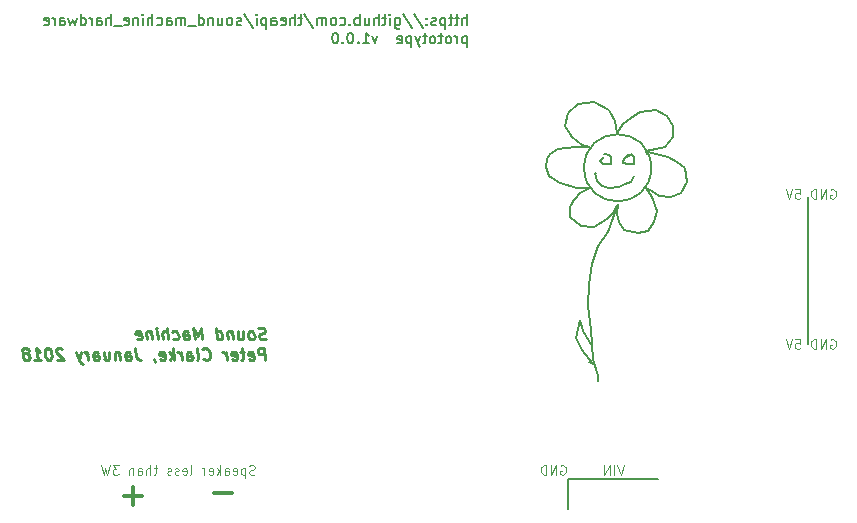
<source format=gbo>
G04 #@! TF.FileFunction,Legend,Bot*
%FSLAX46Y46*%
G04 Gerber Fmt 4.6, Leading zero omitted, Abs format (unit mm)*
G04 Created by KiCad (PCBNEW 4.0.7-e2-6376~58~ubuntu16.04.1) date Tue Dec 26 18:13:40 2017*
%MOMM*%
%LPD*%
G01*
G04 APERTURE LIST*
%ADD10C,0.100000*%
%ADD11C,0.300000*%
%ADD12C,0.200000*%
%ADD13C,0.250000*%
%ADD14C,0.150000*%
G04 APERTURE END LIST*
D10*
D11*
X122681905Y-147208857D02*
X121158095Y-147208857D01*
X115061905Y-147462857D02*
X113538095Y-147462857D01*
X114300000Y-148224762D02*
X114300000Y-146700952D01*
D12*
X171450000Y-122936000D02*
X171450000Y-122174000D01*
X171450000Y-134620000D02*
X171450000Y-122936000D01*
X171450000Y-122682000D02*
X171450000Y-134620000D01*
D10*
X173329523Y-121520000D02*
X173405714Y-121481905D01*
X173519999Y-121481905D01*
X173634285Y-121520000D01*
X173710476Y-121596190D01*
X173748571Y-121672381D01*
X173786666Y-121824762D01*
X173786666Y-121939048D01*
X173748571Y-122091429D01*
X173710476Y-122167619D01*
X173634285Y-122243810D01*
X173519999Y-122281905D01*
X173443809Y-122281905D01*
X173329523Y-122243810D01*
X173291428Y-122205714D01*
X173291428Y-121939048D01*
X173443809Y-121939048D01*
X172948571Y-122281905D02*
X172948571Y-121481905D01*
X172491428Y-122281905D01*
X172491428Y-121481905D01*
X172110476Y-122281905D02*
X172110476Y-121481905D01*
X171920000Y-121481905D01*
X171805714Y-121520000D01*
X171729523Y-121596190D01*
X171691428Y-121672381D01*
X171653333Y-121824762D01*
X171653333Y-121939048D01*
X171691428Y-122091429D01*
X171729523Y-122167619D01*
X171805714Y-122243810D01*
X171920000Y-122281905D01*
X172110476Y-122281905D01*
X170332380Y-121481905D02*
X170713333Y-121481905D01*
X170751428Y-121862857D01*
X170713333Y-121824762D01*
X170637142Y-121786667D01*
X170446666Y-121786667D01*
X170370476Y-121824762D01*
X170332380Y-121862857D01*
X170294285Y-121939048D01*
X170294285Y-122129524D01*
X170332380Y-122205714D01*
X170370476Y-122243810D01*
X170446666Y-122281905D01*
X170637142Y-122281905D01*
X170713333Y-122243810D01*
X170751428Y-122205714D01*
X170065714Y-121481905D02*
X169799047Y-122281905D01*
X169532380Y-121481905D01*
X173329523Y-134220000D02*
X173405714Y-134181905D01*
X173519999Y-134181905D01*
X173634285Y-134220000D01*
X173710476Y-134296190D01*
X173748571Y-134372381D01*
X173786666Y-134524762D01*
X173786666Y-134639048D01*
X173748571Y-134791429D01*
X173710476Y-134867619D01*
X173634285Y-134943810D01*
X173519999Y-134981905D01*
X173443809Y-134981905D01*
X173329523Y-134943810D01*
X173291428Y-134905714D01*
X173291428Y-134639048D01*
X173443809Y-134639048D01*
X172948571Y-134981905D02*
X172948571Y-134181905D01*
X172491428Y-134981905D01*
X172491428Y-134181905D01*
X172110476Y-134981905D02*
X172110476Y-134181905D01*
X171920000Y-134181905D01*
X171805714Y-134220000D01*
X171729523Y-134296190D01*
X171691428Y-134372381D01*
X171653333Y-134524762D01*
X171653333Y-134639048D01*
X171691428Y-134791429D01*
X171729523Y-134867619D01*
X171805714Y-134943810D01*
X171920000Y-134981905D01*
X172110476Y-134981905D01*
X170332380Y-134181905D02*
X170713333Y-134181905D01*
X170751428Y-134562857D01*
X170713333Y-134524762D01*
X170637142Y-134486667D01*
X170446666Y-134486667D01*
X170370476Y-134524762D01*
X170332380Y-134562857D01*
X170294285Y-134639048D01*
X170294285Y-134829524D01*
X170332380Y-134905714D01*
X170370476Y-134943810D01*
X170446666Y-134981905D01*
X170637142Y-134981905D01*
X170713333Y-134943810D01*
X170751428Y-134905714D01*
X170065714Y-134181905D02*
X169799047Y-134981905D01*
X169532380Y-134181905D01*
X124586192Y-145611810D02*
X124471906Y-145649905D01*
X124281430Y-145649905D01*
X124205240Y-145611810D01*
X124167144Y-145573714D01*
X124129049Y-145497524D01*
X124129049Y-145421333D01*
X124167144Y-145345143D01*
X124205240Y-145307048D01*
X124281430Y-145268952D01*
X124433811Y-145230857D01*
X124510002Y-145192762D01*
X124548097Y-145154667D01*
X124586192Y-145078476D01*
X124586192Y-145002286D01*
X124548097Y-144926095D01*
X124510002Y-144888000D01*
X124433811Y-144849905D01*
X124243335Y-144849905D01*
X124129049Y-144888000D01*
X123786192Y-145116571D02*
X123786192Y-145916571D01*
X123786192Y-145154667D02*
X123710001Y-145116571D01*
X123557620Y-145116571D01*
X123481430Y-145154667D01*
X123443335Y-145192762D01*
X123405239Y-145268952D01*
X123405239Y-145497524D01*
X123443335Y-145573714D01*
X123481430Y-145611810D01*
X123557620Y-145649905D01*
X123710001Y-145649905D01*
X123786192Y-145611810D01*
X122757620Y-145611810D02*
X122833810Y-145649905D01*
X122986191Y-145649905D01*
X123062382Y-145611810D01*
X123100477Y-145535619D01*
X123100477Y-145230857D01*
X123062382Y-145154667D01*
X122986191Y-145116571D01*
X122833810Y-145116571D01*
X122757620Y-145154667D01*
X122719525Y-145230857D01*
X122719525Y-145307048D01*
X123100477Y-145383238D01*
X122033811Y-145649905D02*
X122033811Y-145230857D01*
X122071906Y-145154667D01*
X122148096Y-145116571D01*
X122300477Y-145116571D01*
X122376668Y-145154667D01*
X122033811Y-145611810D02*
X122110001Y-145649905D01*
X122300477Y-145649905D01*
X122376668Y-145611810D01*
X122414763Y-145535619D01*
X122414763Y-145459429D01*
X122376668Y-145383238D01*
X122300477Y-145345143D01*
X122110001Y-145345143D01*
X122033811Y-145307048D01*
X121652858Y-145649905D02*
X121652858Y-144849905D01*
X121576667Y-145345143D02*
X121348096Y-145649905D01*
X121348096Y-145116571D02*
X121652858Y-145421333D01*
X120700477Y-145611810D02*
X120776667Y-145649905D01*
X120929048Y-145649905D01*
X121005239Y-145611810D01*
X121043334Y-145535619D01*
X121043334Y-145230857D01*
X121005239Y-145154667D01*
X120929048Y-145116571D01*
X120776667Y-145116571D01*
X120700477Y-145154667D01*
X120662382Y-145230857D01*
X120662382Y-145307048D01*
X121043334Y-145383238D01*
X120319525Y-145649905D02*
X120319525Y-145116571D01*
X120319525Y-145268952D02*
X120281430Y-145192762D01*
X120243334Y-145154667D01*
X120167144Y-145116571D01*
X120090953Y-145116571D01*
X119100477Y-145649905D02*
X119176668Y-145611810D01*
X119214763Y-145535619D01*
X119214763Y-144849905D01*
X118490953Y-145611810D02*
X118567143Y-145649905D01*
X118719524Y-145649905D01*
X118795715Y-145611810D01*
X118833810Y-145535619D01*
X118833810Y-145230857D01*
X118795715Y-145154667D01*
X118719524Y-145116571D01*
X118567143Y-145116571D01*
X118490953Y-145154667D01*
X118452858Y-145230857D01*
X118452858Y-145307048D01*
X118833810Y-145383238D01*
X118148096Y-145611810D02*
X118071906Y-145649905D01*
X117919525Y-145649905D01*
X117843334Y-145611810D01*
X117805239Y-145535619D01*
X117805239Y-145497524D01*
X117843334Y-145421333D01*
X117919525Y-145383238D01*
X118033810Y-145383238D01*
X118110001Y-145345143D01*
X118148096Y-145268952D01*
X118148096Y-145230857D01*
X118110001Y-145154667D01*
X118033810Y-145116571D01*
X117919525Y-145116571D01*
X117843334Y-145154667D01*
X117500477Y-145611810D02*
X117424287Y-145649905D01*
X117271906Y-145649905D01*
X117195715Y-145611810D01*
X117157620Y-145535619D01*
X117157620Y-145497524D01*
X117195715Y-145421333D01*
X117271906Y-145383238D01*
X117386191Y-145383238D01*
X117462382Y-145345143D01*
X117500477Y-145268952D01*
X117500477Y-145230857D01*
X117462382Y-145154667D01*
X117386191Y-145116571D01*
X117271906Y-145116571D01*
X117195715Y-145154667D01*
X116319525Y-145116571D02*
X116014763Y-145116571D01*
X116205239Y-144849905D02*
X116205239Y-145535619D01*
X116167144Y-145611810D01*
X116090953Y-145649905D01*
X116014763Y-145649905D01*
X115748096Y-145649905D02*
X115748096Y-144849905D01*
X115405239Y-145649905D02*
X115405239Y-145230857D01*
X115443334Y-145154667D01*
X115519524Y-145116571D01*
X115633810Y-145116571D01*
X115710001Y-145154667D01*
X115748096Y-145192762D01*
X114681429Y-145649905D02*
X114681429Y-145230857D01*
X114719524Y-145154667D01*
X114795714Y-145116571D01*
X114948095Y-145116571D01*
X115024286Y-145154667D01*
X114681429Y-145611810D02*
X114757619Y-145649905D01*
X114948095Y-145649905D01*
X115024286Y-145611810D01*
X115062381Y-145535619D01*
X115062381Y-145459429D01*
X115024286Y-145383238D01*
X114948095Y-145345143D01*
X114757619Y-145345143D01*
X114681429Y-145307048D01*
X114300476Y-145116571D02*
X114300476Y-145649905D01*
X114300476Y-145192762D02*
X114262381Y-145154667D01*
X114186190Y-145116571D01*
X114071904Y-145116571D01*
X113995714Y-145154667D01*
X113957619Y-145230857D01*
X113957619Y-145649905D01*
X113043332Y-144849905D02*
X112548094Y-144849905D01*
X112814761Y-145154667D01*
X112700475Y-145154667D01*
X112624285Y-145192762D01*
X112586189Y-145230857D01*
X112548094Y-145307048D01*
X112548094Y-145497524D01*
X112586189Y-145573714D01*
X112624285Y-145611810D01*
X112700475Y-145649905D01*
X112929047Y-145649905D01*
X113005237Y-145611810D01*
X113043332Y-145573714D01*
X112281427Y-144849905D02*
X112090951Y-145649905D01*
X111938570Y-145078476D01*
X111786189Y-145649905D01*
X111595713Y-144849905D01*
D12*
X151130000Y-146050000D02*
X151130000Y-148590000D01*
X158750000Y-146050000D02*
X151130000Y-146050000D01*
X151130000Y-146050000D02*
X158750000Y-146050000D01*
D10*
X150469523Y-144888000D02*
X150545714Y-144849905D01*
X150659999Y-144849905D01*
X150774285Y-144888000D01*
X150850476Y-144964190D01*
X150888571Y-145040381D01*
X150926666Y-145192762D01*
X150926666Y-145307048D01*
X150888571Y-145459429D01*
X150850476Y-145535619D01*
X150774285Y-145611810D01*
X150659999Y-145649905D01*
X150583809Y-145649905D01*
X150469523Y-145611810D01*
X150431428Y-145573714D01*
X150431428Y-145307048D01*
X150583809Y-145307048D01*
X150088571Y-145649905D02*
X150088571Y-144849905D01*
X149631428Y-145649905D01*
X149631428Y-144849905D01*
X149250476Y-145649905D02*
X149250476Y-144849905D01*
X149060000Y-144849905D01*
X148945714Y-144888000D01*
X148869523Y-144964190D01*
X148831428Y-145040381D01*
X148793333Y-145192762D01*
X148793333Y-145307048D01*
X148831428Y-145459429D01*
X148869523Y-145535619D01*
X148945714Y-145611810D01*
X149060000Y-145649905D01*
X149250476Y-145649905D01*
X155816190Y-144849905D02*
X155549523Y-145649905D01*
X155282856Y-144849905D01*
X155016190Y-145649905D02*
X155016190Y-144849905D01*
X154635238Y-145649905D02*
X154635238Y-144849905D01*
X154178095Y-145649905D01*
X154178095Y-144849905D01*
D12*
X142533714Y-107582143D02*
X142533714Y-106682143D01*
X142148000Y-107582143D02*
X142148000Y-107110714D01*
X142190857Y-107025000D01*
X142276571Y-106982143D01*
X142405143Y-106982143D01*
X142490857Y-107025000D01*
X142533714Y-107067857D01*
X141848000Y-106982143D02*
X141505143Y-106982143D01*
X141719428Y-106682143D02*
X141719428Y-107453571D01*
X141676571Y-107539286D01*
X141590857Y-107582143D01*
X141505143Y-107582143D01*
X141333714Y-106982143D02*
X140990857Y-106982143D01*
X141205142Y-106682143D02*
X141205142Y-107453571D01*
X141162285Y-107539286D01*
X141076571Y-107582143D01*
X140990857Y-107582143D01*
X140690856Y-106982143D02*
X140690856Y-107882143D01*
X140690856Y-107025000D02*
X140605142Y-106982143D01*
X140433713Y-106982143D01*
X140347999Y-107025000D01*
X140305142Y-107067857D01*
X140262285Y-107153571D01*
X140262285Y-107410714D01*
X140305142Y-107496429D01*
X140347999Y-107539286D01*
X140433713Y-107582143D01*
X140605142Y-107582143D01*
X140690856Y-107539286D01*
X139919427Y-107539286D02*
X139833713Y-107582143D01*
X139662285Y-107582143D01*
X139576570Y-107539286D01*
X139533713Y-107453571D01*
X139533713Y-107410714D01*
X139576570Y-107325000D01*
X139662285Y-107282143D01*
X139790856Y-107282143D01*
X139876570Y-107239286D01*
X139919427Y-107153571D01*
X139919427Y-107110714D01*
X139876570Y-107025000D01*
X139790856Y-106982143D01*
X139662285Y-106982143D01*
X139576570Y-107025000D01*
X139147999Y-107496429D02*
X139105142Y-107539286D01*
X139147999Y-107582143D01*
X139190856Y-107539286D01*
X139147999Y-107496429D01*
X139147999Y-107582143D01*
X139147999Y-107025000D02*
X139105142Y-107067857D01*
X139147999Y-107110714D01*
X139190856Y-107067857D01*
X139147999Y-107025000D01*
X139147999Y-107110714D01*
X138076571Y-106639286D02*
X138848000Y-107796429D01*
X137133714Y-106639286D02*
X137905143Y-107796429D01*
X136448000Y-106982143D02*
X136448000Y-107710714D01*
X136490857Y-107796429D01*
X136533714Y-107839286D01*
X136619429Y-107882143D01*
X136748000Y-107882143D01*
X136833714Y-107839286D01*
X136448000Y-107539286D02*
X136533714Y-107582143D01*
X136705143Y-107582143D01*
X136790857Y-107539286D01*
X136833714Y-107496429D01*
X136876571Y-107410714D01*
X136876571Y-107153571D01*
X136833714Y-107067857D01*
X136790857Y-107025000D01*
X136705143Y-106982143D01*
X136533714Y-106982143D01*
X136448000Y-107025000D01*
X136019428Y-107582143D02*
X136019428Y-106982143D01*
X136019428Y-106682143D02*
X136062285Y-106725000D01*
X136019428Y-106767857D01*
X135976571Y-106725000D01*
X136019428Y-106682143D01*
X136019428Y-106767857D01*
X135719429Y-106982143D02*
X135376572Y-106982143D01*
X135590857Y-106682143D02*
X135590857Y-107453571D01*
X135548000Y-107539286D01*
X135462286Y-107582143D01*
X135376572Y-107582143D01*
X135076571Y-107582143D02*
X135076571Y-106682143D01*
X134690857Y-107582143D02*
X134690857Y-107110714D01*
X134733714Y-107025000D01*
X134819428Y-106982143D01*
X134948000Y-106982143D01*
X135033714Y-107025000D01*
X135076571Y-107067857D01*
X133876571Y-106982143D02*
X133876571Y-107582143D01*
X134262285Y-106982143D02*
X134262285Y-107453571D01*
X134219428Y-107539286D01*
X134133714Y-107582143D01*
X134005142Y-107582143D01*
X133919428Y-107539286D01*
X133876571Y-107496429D01*
X133447999Y-107582143D02*
X133447999Y-106682143D01*
X133447999Y-107025000D02*
X133362285Y-106982143D01*
X133190856Y-106982143D01*
X133105142Y-107025000D01*
X133062285Y-107067857D01*
X133019428Y-107153571D01*
X133019428Y-107410714D01*
X133062285Y-107496429D01*
X133105142Y-107539286D01*
X133190856Y-107582143D01*
X133362285Y-107582143D01*
X133447999Y-107539286D01*
X132633713Y-107496429D02*
X132590856Y-107539286D01*
X132633713Y-107582143D01*
X132676570Y-107539286D01*
X132633713Y-107496429D01*
X132633713Y-107582143D01*
X131819428Y-107539286D02*
X131905142Y-107582143D01*
X132076571Y-107582143D01*
X132162285Y-107539286D01*
X132205142Y-107496429D01*
X132247999Y-107410714D01*
X132247999Y-107153571D01*
X132205142Y-107067857D01*
X132162285Y-107025000D01*
X132076571Y-106982143D01*
X131905142Y-106982143D01*
X131819428Y-107025000D01*
X131305142Y-107582143D02*
X131390856Y-107539286D01*
X131433713Y-107496429D01*
X131476570Y-107410714D01*
X131476570Y-107153571D01*
X131433713Y-107067857D01*
X131390856Y-107025000D01*
X131305142Y-106982143D01*
X131176570Y-106982143D01*
X131090856Y-107025000D01*
X131047999Y-107067857D01*
X131005142Y-107153571D01*
X131005142Y-107410714D01*
X131047999Y-107496429D01*
X131090856Y-107539286D01*
X131176570Y-107582143D01*
X131305142Y-107582143D01*
X130619427Y-107582143D02*
X130619427Y-106982143D01*
X130619427Y-107067857D02*
X130576570Y-107025000D01*
X130490856Y-106982143D01*
X130362284Y-106982143D01*
X130276570Y-107025000D01*
X130233713Y-107110714D01*
X130233713Y-107582143D01*
X130233713Y-107110714D02*
X130190856Y-107025000D01*
X130105142Y-106982143D01*
X129976570Y-106982143D01*
X129890856Y-107025000D01*
X129847999Y-107110714D01*
X129847999Y-107582143D01*
X128776570Y-106639286D02*
X129547999Y-107796429D01*
X128605142Y-106982143D02*
X128262285Y-106982143D01*
X128476570Y-106682143D02*
X128476570Y-107453571D01*
X128433713Y-107539286D01*
X128347999Y-107582143D01*
X128262285Y-107582143D01*
X127962284Y-107582143D02*
X127962284Y-106682143D01*
X127576570Y-107582143D02*
X127576570Y-107110714D01*
X127619427Y-107025000D01*
X127705141Y-106982143D01*
X127833713Y-106982143D01*
X127919427Y-107025000D01*
X127962284Y-107067857D01*
X126805141Y-107539286D02*
X126890855Y-107582143D01*
X127062284Y-107582143D01*
X127147998Y-107539286D01*
X127190855Y-107453571D01*
X127190855Y-107110714D01*
X127147998Y-107025000D01*
X127062284Y-106982143D01*
X126890855Y-106982143D01*
X126805141Y-107025000D01*
X126762284Y-107110714D01*
X126762284Y-107196429D01*
X127190855Y-107282143D01*
X125990855Y-107582143D02*
X125990855Y-107110714D01*
X126033712Y-107025000D01*
X126119426Y-106982143D01*
X126290855Y-106982143D01*
X126376569Y-107025000D01*
X125990855Y-107539286D02*
X126076569Y-107582143D01*
X126290855Y-107582143D01*
X126376569Y-107539286D01*
X126419426Y-107453571D01*
X126419426Y-107367857D01*
X126376569Y-107282143D01*
X126290855Y-107239286D01*
X126076569Y-107239286D01*
X125990855Y-107196429D01*
X125562283Y-106982143D02*
X125562283Y-107882143D01*
X125562283Y-107025000D02*
X125476569Y-106982143D01*
X125305140Y-106982143D01*
X125219426Y-107025000D01*
X125176569Y-107067857D01*
X125133712Y-107153571D01*
X125133712Y-107410714D01*
X125176569Y-107496429D01*
X125219426Y-107539286D01*
X125305140Y-107582143D01*
X125476569Y-107582143D01*
X125562283Y-107539286D01*
X124747997Y-107582143D02*
X124747997Y-106982143D01*
X124747997Y-106682143D02*
X124790854Y-106725000D01*
X124747997Y-106767857D01*
X124705140Y-106725000D01*
X124747997Y-106682143D01*
X124747997Y-106767857D01*
X123676569Y-106639286D02*
X124447998Y-107796429D01*
X123419426Y-107539286D02*
X123333712Y-107582143D01*
X123162284Y-107582143D01*
X123076569Y-107539286D01*
X123033712Y-107453571D01*
X123033712Y-107410714D01*
X123076569Y-107325000D01*
X123162284Y-107282143D01*
X123290855Y-107282143D01*
X123376569Y-107239286D01*
X123419426Y-107153571D01*
X123419426Y-107110714D01*
X123376569Y-107025000D01*
X123290855Y-106982143D01*
X123162284Y-106982143D01*
X123076569Y-107025000D01*
X122519427Y-107582143D02*
X122605141Y-107539286D01*
X122647998Y-107496429D01*
X122690855Y-107410714D01*
X122690855Y-107153571D01*
X122647998Y-107067857D01*
X122605141Y-107025000D01*
X122519427Y-106982143D01*
X122390855Y-106982143D01*
X122305141Y-107025000D01*
X122262284Y-107067857D01*
X122219427Y-107153571D01*
X122219427Y-107410714D01*
X122262284Y-107496429D01*
X122305141Y-107539286D01*
X122390855Y-107582143D01*
X122519427Y-107582143D01*
X121447998Y-106982143D02*
X121447998Y-107582143D01*
X121833712Y-106982143D02*
X121833712Y-107453571D01*
X121790855Y-107539286D01*
X121705141Y-107582143D01*
X121576569Y-107582143D01*
X121490855Y-107539286D01*
X121447998Y-107496429D01*
X121019426Y-106982143D02*
X121019426Y-107582143D01*
X121019426Y-107067857D02*
X120976569Y-107025000D01*
X120890855Y-106982143D01*
X120762283Y-106982143D01*
X120676569Y-107025000D01*
X120633712Y-107110714D01*
X120633712Y-107582143D01*
X119819426Y-107582143D02*
X119819426Y-106682143D01*
X119819426Y-107539286D02*
X119905140Y-107582143D01*
X120076569Y-107582143D01*
X120162283Y-107539286D01*
X120205140Y-107496429D01*
X120247997Y-107410714D01*
X120247997Y-107153571D01*
X120205140Y-107067857D01*
X120162283Y-107025000D01*
X120076569Y-106982143D01*
X119905140Y-106982143D01*
X119819426Y-107025000D01*
X119605140Y-107667857D02*
X118919426Y-107667857D01*
X118705140Y-107582143D02*
X118705140Y-106982143D01*
X118705140Y-107067857D02*
X118662283Y-107025000D01*
X118576569Y-106982143D01*
X118447997Y-106982143D01*
X118362283Y-107025000D01*
X118319426Y-107110714D01*
X118319426Y-107582143D01*
X118319426Y-107110714D02*
X118276569Y-107025000D01*
X118190855Y-106982143D01*
X118062283Y-106982143D01*
X117976569Y-107025000D01*
X117933712Y-107110714D01*
X117933712Y-107582143D01*
X117119426Y-107582143D02*
X117119426Y-107110714D01*
X117162283Y-107025000D01*
X117247997Y-106982143D01*
X117419426Y-106982143D01*
X117505140Y-107025000D01*
X117119426Y-107539286D02*
X117205140Y-107582143D01*
X117419426Y-107582143D01*
X117505140Y-107539286D01*
X117547997Y-107453571D01*
X117547997Y-107367857D01*
X117505140Y-107282143D01*
X117419426Y-107239286D01*
X117205140Y-107239286D01*
X117119426Y-107196429D01*
X116305140Y-107539286D02*
X116390854Y-107582143D01*
X116562283Y-107582143D01*
X116647997Y-107539286D01*
X116690854Y-107496429D01*
X116733711Y-107410714D01*
X116733711Y-107153571D01*
X116690854Y-107067857D01*
X116647997Y-107025000D01*
X116562283Y-106982143D01*
X116390854Y-106982143D01*
X116305140Y-107025000D01*
X115919425Y-107582143D02*
X115919425Y-106682143D01*
X115533711Y-107582143D02*
X115533711Y-107110714D01*
X115576568Y-107025000D01*
X115662282Y-106982143D01*
X115790854Y-106982143D01*
X115876568Y-107025000D01*
X115919425Y-107067857D01*
X115105139Y-107582143D02*
X115105139Y-106982143D01*
X115105139Y-106682143D02*
X115147996Y-106725000D01*
X115105139Y-106767857D01*
X115062282Y-106725000D01*
X115105139Y-106682143D01*
X115105139Y-106767857D01*
X114676568Y-106982143D02*
X114676568Y-107582143D01*
X114676568Y-107067857D02*
X114633711Y-107025000D01*
X114547997Y-106982143D01*
X114419425Y-106982143D01*
X114333711Y-107025000D01*
X114290854Y-107110714D01*
X114290854Y-107582143D01*
X113519425Y-107539286D02*
X113605139Y-107582143D01*
X113776568Y-107582143D01*
X113862282Y-107539286D01*
X113905139Y-107453571D01*
X113905139Y-107110714D01*
X113862282Y-107025000D01*
X113776568Y-106982143D01*
X113605139Y-106982143D01*
X113519425Y-107025000D01*
X113476568Y-107110714D01*
X113476568Y-107196429D01*
X113905139Y-107282143D01*
X113305139Y-107667857D02*
X112619425Y-107667857D01*
X112405139Y-107582143D02*
X112405139Y-106682143D01*
X112019425Y-107582143D02*
X112019425Y-107110714D01*
X112062282Y-107025000D01*
X112147996Y-106982143D01*
X112276568Y-106982143D01*
X112362282Y-107025000D01*
X112405139Y-107067857D01*
X111205139Y-107582143D02*
X111205139Y-107110714D01*
X111247996Y-107025000D01*
X111333710Y-106982143D01*
X111505139Y-106982143D01*
X111590853Y-107025000D01*
X111205139Y-107539286D02*
X111290853Y-107582143D01*
X111505139Y-107582143D01*
X111590853Y-107539286D01*
X111633710Y-107453571D01*
X111633710Y-107367857D01*
X111590853Y-107282143D01*
X111505139Y-107239286D01*
X111290853Y-107239286D01*
X111205139Y-107196429D01*
X110776567Y-107582143D02*
X110776567Y-106982143D01*
X110776567Y-107153571D02*
X110733710Y-107067857D01*
X110690853Y-107025000D01*
X110605139Y-106982143D01*
X110519424Y-106982143D01*
X109833710Y-107582143D02*
X109833710Y-106682143D01*
X109833710Y-107539286D02*
X109919424Y-107582143D01*
X110090853Y-107582143D01*
X110176567Y-107539286D01*
X110219424Y-107496429D01*
X110262281Y-107410714D01*
X110262281Y-107153571D01*
X110219424Y-107067857D01*
X110176567Y-107025000D01*
X110090853Y-106982143D01*
X109919424Y-106982143D01*
X109833710Y-107025000D01*
X109490853Y-106982143D02*
X109319424Y-107582143D01*
X109147995Y-107153571D01*
X108976567Y-107582143D01*
X108805138Y-106982143D01*
X108076567Y-107582143D02*
X108076567Y-107110714D01*
X108119424Y-107025000D01*
X108205138Y-106982143D01*
X108376567Y-106982143D01*
X108462281Y-107025000D01*
X108076567Y-107539286D02*
X108162281Y-107582143D01*
X108376567Y-107582143D01*
X108462281Y-107539286D01*
X108505138Y-107453571D01*
X108505138Y-107367857D01*
X108462281Y-107282143D01*
X108376567Y-107239286D01*
X108162281Y-107239286D01*
X108076567Y-107196429D01*
X107647995Y-107582143D02*
X107647995Y-106982143D01*
X107647995Y-107153571D02*
X107605138Y-107067857D01*
X107562281Y-107025000D01*
X107476567Y-106982143D01*
X107390852Y-106982143D01*
X106747995Y-107539286D02*
X106833709Y-107582143D01*
X107005138Y-107582143D01*
X107090852Y-107539286D01*
X107133709Y-107453571D01*
X107133709Y-107110714D01*
X107090852Y-107025000D01*
X107005138Y-106982143D01*
X106833709Y-106982143D01*
X106747995Y-107025000D01*
X106705138Y-107110714D01*
X106705138Y-107196429D01*
X107133709Y-107282143D01*
X142533714Y-108532143D02*
X142533714Y-109432143D01*
X142533714Y-108575000D02*
X142448000Y-108532143D01*
X142276571Y-108532143D01*
X142190857Y-108575000D01*
X142148000Y-108617857D01*
X142105143Y-108703571D01*
X142105143Y-108960714D01*
X142148000Y-109046429D01*
X142190857Y-109089286D01*
X142276571Y-109132143D01*
X142448000Y-109132143D01*
X142533714Y-109089286D01*
X141719428Y-109132143D02*
X141719428Y-108532143D01*
X141719428Y-108703571D02*
X141676571Y-108617857D01*
X141633714Y-108575000D01*
X141548000Y-108532143D01*
X141462285Y-108532143D01*
X141033714Y-109132143D02*
X141119428Y-109089286D01*
X141162285Y-109046429D01*
X141205142Y-108960714D01*
X141205142Y-108703571D01*
X141162285Y-108617857D01*
X141119428Y-108575000D01*
X141033714Y-108532143D01*
X140905142Y-108532143D01*
X140819428Y-108575000D01*
X140776571Y-108617857D01*
X140733714Y-108703571D01*
X140733714Y-108960714D01*
X140776571Y-109046429D01*
X140819428Y-109089286D01*
X140905142Y-109132143D01*
X141033714Y-109132143D01*
X140476571Y-108532143D02*
X140133714Y-108532143D01*
X140347999Y-108232143D02*
X140347999Y-109003571D01*
X140305142Y-109089286D01*
X140219428Y-109132143D01*
X140133714Y-109132143D01*
X139705142Y-109132143D02*
X139790856Y-109089286D01*
X139833713Y-109046429D01*
X139876570Y-108960714D01*
X139876570Y-108703571D01*
X139833713Y-108617857D01*
X139790856Y-108575000D01*
X139705142Y-108532143D01*
X139576570Y-108532143D01*
X139490856Y-108575000D01*
X139447999Y-108617857D01*
X139405142Y-108703571D01*
X139405142Y-108960714D01*
X139447999Y-109046429D01*
X139490856Y-109089286D01*
X139576570Y-109132143D01*
X139705142Y-109132143D01*
X139147999Y-108532143D02*
X138805142Y-108532143D01*
X139019427Y-108232143D02*
X139019427Y-109003571D01*
X138976570Y-109089286D01*
X138890856Y-109132143D01*
X138805142Y-109132143D01*
X138590856Y-108532143D02*
X138376570Y-109132143D01*
X138162284Y-108532143D02*
X138376570Y-109132143D01*
X138462284Y-109346429D01*
X138505141Y-109389286D01*
X138590856Y-109432143D01*
X137819427Y-108532143D02*
X137819427Y-109432143D01*
X137819427Y-108575000D02*
X137733713Y-108532143D01*
X137562284Y-108532143D01*
X137476570Y-108575000D01*
X137433713Y-108617857D01*
X137390856Y-108703571D01*
X137390856Y-108960714D01*
X137433713Y-109046429D01*
X137476570Y-109089286D01*
X137562284Y-109132143D01*
X137733713Y-109132143D01*
X137819427Y-109089286D01*
X136662284Y-109089286D02*
X136747998Y-109132143D01*
X136919427Y-109132143D01*
X137005141Y-109089286D01*
X137047998Y-109003571D01*
X137047998Y-108660714D01*
X137005141Y-108575000D01*
X136919427Y-108532143D01*
X136747998Y-108532143D01*
X136662284Y-108575000D01*
X136619427Y-108660714D01*
X136619427Y-108746429D01*
X137047998Y-108832143D01*
X134947999Y-108532143D02*
X134733713Y-109132143D01*
X134519427Y-108532143D01*
X133705142Y-109132143D02*
X134219427Y-109132143D01*
X133962285Y-109132143D02*
X133962285Y-108232143D01*
X134047999Y-108360714D01*
X134133713Y-108446429D01*
X134219427Y-108489286D01*
X133319427Y-109046429D02*
X133276570Y-109089286D01*
X133319427Y-109132143D01*
X133362284Y-109089286D01*
X133319427Y-109046429D01*
X133319427Y-109132143D01*
X132719428Y-108232143D02*
X132633713Y-108232143D01*
X132547999Y-108275000D01*
X132505142Y-108317857D01*
X132462285Y-108403571D01*
X132419428Y-108575000D01*
X132419428Y-108789286D01*
X132462285Y-108960714D01*
X132505142Y-109046429D01*
X132547999Y-109089286D01*
X132633713Y-109132143D01*
X132719428Y-109132143D01*
X132805142Y-109089286D01*
X132847999Y-109046429D01*
X132890856Y-108960714D01*
X132933713Y-108789286D01*
X132933713Y-108575000D01*
X132890856Y-108403571D01*
X132847999Y-108317857D01*
X132805142Y-108275000D01*
X132719428Y-108232143D01*
X132033713Y-109046429D02*
X131990856Y-109089286D01*
X132033713Y-109132143D01*
X132076570Y-109089286D01*
X132033713Y-109046429D01*
X132033713Y-109132143D01*
X131433714Y-108232143D02*
X131347999Y-108232143D01*
X131262285Y-108275000D01*
X131219428Y-108317857D01*
X131176571Y-108403571D01*
X131133714Y-108575000D01*
X131133714Y-108789286D01*
X131176571Y-108960714D01*
X131219428Y-109046429D01*
X131262285Y-109089286D01*
X131347999Y-109132143D01*
X131433714Y-109132143D01*
X131519428Y-109089286D01*
X131562285Y-109046429D01*
X131605142Y-108960714D01*
X131647999Y-108789286D01*
X131647999Y-108575000D01*
X131605142Y-108403571D01*
X131562285Y-108317857D01*
X131519428Y-108275000D01*
X131433714Y-108232143D01*
D13*
X125527619Y-134149762D02*
X125390715Y-134197381D01*
X125152619Y-134197381D01*
X125051428Y-134149762D01*
X124997857Y-134102143D01*
X124938333Y-134006905D01*
X124926428Y-133911667D01*
X124962143Y-133816429D01*
X125003809Y-133768810D01*
X125093095Y-133721190D01*
X125277619Y-133673571D01*
X125366905Y-133625952D01*
X125408572Y-133578333D01*
X125444286Y-133483095D01*
X125432381Y-133387857D01*
X125372857Y-133292619D01*
X125319286Y-133245000D01*
X125218096Y-133197381D01*
X124980000Y-133197381D01*
X124843095Y-133245000D01*
X124390715Y-134197381D02*
X124480000Y-134149762D01*
X124521667Y-134102143D01*
X124557381Y-134006905D01*
X124521667Y-133721190D01*
X124462143Y-133625952D01*
X124408572Y-133578333D01*
X124307381Y-133530714D01*
X124164523Y-133530714D01*
X124075238Y-133578333D01*
X124033571Y-133625952D01*
X123997857Y-133721190D01*
X124033571Y-134006905D01*
X124093095Y-134102143D01*
X124146666Y-134149762D01*
X124247857Y-134197381D01*
X124390715Y-134197381D01*
X123116904Y-133530714D02*
X123200238Y-134197381D01*
X123545476Y-133530714D02*
X123610952Y-134054524D01*
X123575238Y-134149762D01*
X123485953Y-134197381D01*
X123343095Y-134197381D01*
X123241904Y-134149762D01*
X123188333Y-134102143D01*
X122640714Y-133530714D02*
X122724048Y-134197381D01*
X122652619Y-133625952D02*
X122599048Y-133578333D01*
X122497857Y-133530714D01*
X122354999Y-133530714D01*
X122265714Y-133578333D01*
X122229999Y-133673571D01*
X122295476Y-134197381D01*
X121390714Y-134197381D02*
X121265714Y-133197381D01*
X121384761Y-134149762D02*
X121485952Y-134197381D01*
X121676429Y-134197381D01*
X121765714Y-134149762D01*
X121807381Y-134102143D01*
X121843095Y-134006905D01*
X121807381Y-133721190D01*
X121747857Y-133625952D01*
X121694286Y-133578333D01*
X121593095Y-133530714D01*
X121402618Y-133530714D01*
X121313333Y-133578333D01*
X120152619Y-134197381D02*
X120027619Y-133197381D01*
X119783570Y-133911667D01*
X119360952Y-133197381D01*
X119485952Y-134197381D01*
X118581190Y-134197381D02*
X118515713Y-133673571D01*
X118551428Y-133578333D01*
X118640713Y-133530714D01*
X118831190Y-133530714D01*
X118932381Y-133578333D01*
X118575237Y-134149762D02*
X118676428Y-134197381D01*
X118914524Y-134197381D01*
X119003809Y-134149762D01*
X119039523Y-134054524D01*
X119027619Y-133959286D01*
X118968095Y-133864048D01*
X118866905Y-133816429D01*
X118628809Y-133816429D01*
X118527618Y-133768810D01*
X117670475Y-134149762D02*
X117771666Y-134197381D01*
X117962143Y-134197381D01*
X118051428Y-134149762D01*
X118093095Y-134102143D01*
X118128809Y-134006905D01*
X118093095Y-133721190D01*
X118033571Y-133625952D01*
X117980000Y-133578333D01*
X117878809Y-133530714D01*
X117688332Y-133530714D01*
X117599047Y-133578333D01*
X117247857Y-134197381D02*
X117122857Y-133197381D01*
X116819285Y-134197381D02*
X116753808Y-133673571D01*
X116789523Y-133578333D01*
X116878808Y-133530714D01*
X117021666Y-133530714D01*
X117122857Y-133578333D01*
X117176428Y-133625952D01*
X116343095Y-134197381D02*
X116259761Y-133530714D01*
X116218095Y-133197381D02*
X116271666Y-133245000D01*
X116229999Y-133292619D01*
X116176428Y-133245000D01*
X116218095Y-133197381D01*
X116229999Y-133292619D01*
X115783571Y-133530714D02*
X115866905Y-134197381D01*
X115795476Y-133625952D02*
X115741905Y-133578333D01*
X115640714Y-133530714D01*
X115497856Y-133530714D01*
X115408571Y-133578333D01*
X115372856Y-133673571D01*
X115438333Y-134197381D01*
X114575237Y-134149762D02*
X114676428Y-134197381D01*
X114866905Y-134197381D01*
X114956190Y-134149762D01*
X114991904Y-134054524D01*
X114944285Y-133673571D01*
X114884762Y-133578333D01*
X114783571Y-133530714D01*
X114593094Y-133530714D01*
X114503809Y-133578333D01*
X114468094Y-133673571D01*
X114479999Y-133768810D01*
X114968095Y-133864048D01*
X125485953Y-135947381D02*
X125360953Y-134947381D01*
X124980000Y-134947381D01*
X124890714Y-134995000D01*
X124849047Y-135042619D01*
X124813333Y-135137857D01*
X124831190Y-135280714D01*
X124890714Y-135375952D01*
X124944285Y-135423571D01*
X125045476Y-135471190D01*
X125426429Y-135471190D01*
X124099047Y-135899762D02*
X124200238Y-135947381D01*
X124390715Y-135947381D01*
X124480000Y-135899762D01*
X124515714Y-135804524D01*
X124468095Y-135423571D01*
X124408572Y-135328333D01*
X124307381Y-135280714D01*
X124116904Y-135280714D01*
X124027619Y-135328333D01*
X123991904Y-135423571D01*
X124003809Y-135518810D01*
X124491905Y-135614048D01*
X123688333Y-135280714D02*
X123307381Y-135280714D01*
X123503810Y-134947381D02*
X123610952Y-135804524D01*
X123575238Y-135899762D01*
X123485953Y-135947381D01*
X123390715Y-135947381D01*
X122670475Y-135899762D02*
X122771666Y-135947381D01*
X122962143Y-135947381D01*
X123051428Y-135899762D01*
X123087142Y-135804524D01*
X123039523Y-135423571D01*
X122980000Y-135328333D01*
X122878809Y-135280714D01*
X122688332Y-135280714D01*
X122599047Y-135328333D01*
X122563332Y-135423571D01*
X122575237Y-135518810D01*
X123063333Y-135614048D01*
X122200238Y-135947381D02*
X122116904Y-135280714D01*
X122140714Y-135471190D02*
X122081190Y-135375952D01*
X122027619Y-135328333D01*
X121926428Y-135280714D01*
X121831189Y-135280714D01*
X120235951Y-135852143D02*
X120289522Y-135899762D01*
X120438332Y-135947381D01*
X120533570Y-135947381D01*
X120670475Y-135899762D01*
X120753808Y-135804524D01*
X120789523Y-135709286D01*
X120813332Y-135518810D01*
X120795475Y-135375952D01*
X120724046Y-135185476D01*
X120664523Y-135090238D01*
X120557380Y-134995000D01*
X120408570Y-134947381D01*
X120313332Y-134947381D01*
X120176427Y-134995000D01*
X120134760Y-135042619D01*
X119676428Y-135947381D02*
X119765713Y-135899762D01*
X119801427Y-135804524D01*
X119694285Y-134947381D01*
X118866903Y-135947381D02*
X118801426Y-135423571D01*
X118837141Y-135328333D01*
X118926426Y-135280714D01*
X119116903Y-135280714D01*
X119218094Y-135328333D01*
X118860950Y-135899762D02*
X118962141Y-135947381D01*
X119200237Y-135947381D01*
X119289522Y-135899762D01*
X119325236Y-135804524D01*
X119313332Y-135709286D01*
X119253808Y-135614048D01*
X119152618Y-135566429D01*
X118914522Y-135566429D01*
X118813331Y-135518810D01*
X118390713Y-135947381D02*
X118307379Y-135280714D01*
X118331189Y-135471190D02*
X118271665Y-135375952D01*
X118218094Y-135328333D01*
X118116903Y-135280714D01*
X118021664Y-135280714D01*
X117771665Y-135947381D02*
X117646665Y-134947381D01*
X117628808Y-135566429D02*
X117390712Y-135947381D01*
X117307378Y-135280714D02*
X117735950Y-135661667D01*
X116575235Y-135899762D02*
X116676426Y-135947381D01*
X116866903Y-135947381D01*
X116956188Y-135899762D01*
X116991902Y-135804524D01*
X116944283Y-135423571D01*
X116884760Y-135328333D01*
X116783569Y-135280714D01*
X116593092Y-135280714D01*
X116503807Y-135328333D01*
X116468092Y-135423571D01*
X116479997Y-135518810D01*
X116968093Y-135614048D01*
X116051426Y-135899762D02*
X116057379Y-135947381D01*
X116116902Y-136042619D01*
X116170474Y-136090238D01*
X114456188Y-134947381D02*
X114545473Y-135661667D01*
X114610950Y-135804524D01*
X114718093Y-135899762D01*
X114866903Y-135947381D01*
X114962141Y-135947381D01*
X113676426Y-135947381D02*
X113610949Y-135423571D01*
X113646664Y-135328333D01*
X113735949Y-135280714D01*
X113926426Y-135280714D01*
X114027617Y-135328333D01*
X113670473Y-135899762D02*
X113771664Y-135947381D01*
X114009760Y-135947381D01*
X114099045Y-135899762D01*
X114134759Y-135804524D01*
X114122855Y-135709286D01*
X114063331Y-135614048D01*
X113962141Y-135566429D01*
X113724045Y-135566429D01*
X113622854Y-135518810D01*
X113116902Y-135280714D02*
X113200236Y-135947381D01*
X113128807Y-135375952D02*
X113075236Y-135328333D01*
X112974045Y-135280714D01*
X112831187Y-135280714D01*
X112741902Y-135328333D01*
X112706187Y-135423571D01*
X112771664Y-135947381D01*
X111783568Y-135280714D02*
X111866902Y-135947381D01*
X112212140Y-135280714D02*
X112277616Y-135804524D01*
X112241902Y-135899762D01*
X112152617Y-135947381D01*
X112009759Y-135947381D01*
X111908568Y-135899762D01*
X111854997Y-135852143D01*
X110962140Y-135947381D02*
X110896663Y-135423571D01*
X110932378Y-135328333D01*
X111021663Y-135280714D01*
X111212140Y-135280714D01*
X111313331Y-135328333D01*
X110956187Y-135899762D02*
X111057378Y-135947381D01*
X111295474Y-135947381D01*
X111384759Y-135899762D01*
X111420473Y-135804524D01*
X111408569Y-135709286D01*
X111349045Y-135614048D01*
X111247855Y-135566429D01*
X111009759Y-135566429D01*
X110908568Y-135518810D01*
X110485950Y-135947381D02*
X110402616Y-135280714D01*
X110426426Y-135471190D02*
X110366902Y-135375952D01*
X110313331Y-135328333D01*
X110212140Y-135280714D01*
X110116901Y-135280714D01*
X109878806Y-135280714D02*
X109724045Y-135947381D01*
X109402615Y-135280714D02*
X109724045Y-135947381D01*
X109849045Y-136185476D01*
X109902616Y-136233095D01*
X110003806Y-136280714D01*
X108277615Y-135042619D02*
X108224044Y-134995000D01*
X108122854Y-134947381D01*
X107884758Y-134947381D01*
X107795472Y-134995000D01*
X107753805Y-135042619D01*
X107718091Y-135137857D01*
X107729996Y-135233095D01*
X107795472Y-135375952D01*
X108438330Y-135947381D01*
X107819282Y-135947381D01*
X107075235Y-134947381D02*
X106979996Y-134947381D01*
X106890710Y-134995000D01*
X106849043Y-135042619D01*
X106813329Y-135137857D01*
X106789520Y-135328333D01*
X106819282Y-135566429D01*
X106890710Y-135756905D01*
X106950234Y-135852143D01*
X107003805Y-135899762D01*
X107104996Y-135947381D01*
X107200235Y-135947381D01*
X107289520Y-135899762D01*
X107331187Y-135852143D01*
X107366901Y-135756905D01*
X107390711Y-135566429D01*
X107360949Y-135328333D01*
X107289520Y-135137857D01*
X107229996Y-135042619D01*
X107176425Y-134995000D01*
X107075235Y-134947381D01*
X105914520Y-135947381D02*
X106485949Y-135947381D01*
X106200235Y-135947381D02*
X106075235Y-134947381D01*
X106188330Y-135090238D01*
X106295472Y-135185476D01*
X106396663Y-135233095D01*
X105271663Y-135375952D02*
X105360949Y-135328333D01*
X105402615Y-135280714D01*
X105438329Y-135185476D01*
X105432377Y-135137857D01*
X105372853Y-135042619D01*
X105319282Y-134995000D01*
X105218092Y-134947381D01*
X105027615Y-134947381D01*
X104938329Y-134995000D01*
X104896662Y-135042619D01*
X104860948Y-135137857D01*
X104866900Y-135185476D01*
X104926424Y-135280714D01*
X104979996Y-135328333D01*
X105081186Y-135375952D01*
X105271663Y-135375952D01*
X105372853Y-135423571D01*
X105426425Y-135471190D01*
X105485949Y-135566429D01*
X105509758Y-135756905D01*
X105474044Y-135852143D01*
X105432377Y-135899762D01*
X105343092Y-135947381D01*
X105152615Y-135947381D01*
X105051424Y-135899762D01*
X104997853Y-135852143D01*
X104938329Y-135756905D01*
X104914520Y-135566429D01*
X104950234Y-135471190D01*
X104991900Y-135423571D01*
X105081186Y-135375952D01*
D14*
X153125000Y-134750000D02*
X152400000Y-133525000D01*
X152400000Y-133525000D02*
X152150000Y-132525000D01*
X152150000Y-132525000D02*
X151775000Y-134050000D01*
X151775000Y-134050000D02*
X152325000Y-135125000D01*
X152325000Y-135125000D02*
X153200000Y-136275000D01*
X153200000Y-136275000D02*
X152850000Y-136100000D01*
X155350000Y-122750000D02*
X154450000Y-125075000D01*
X154450000Y-125075000D02*
X153650000Y-126300000D01*
X153650000Y-126300000D02*
X153125000Y-127825000D01*
X153125000Y-127825000D02*
X152850000Y-129525000D01*
X152850000Y-129525000D02*
X152750000Y-131375000D01*
X152750000Y-131375000D02*
X153025000Y-133425000D01*
X153025000Y-133425000D02*
X153200000Y-135825000D01*
X153200000Y-135825000D02*
X153650000Y-137325000D01*
X153650000Y-137325000D02*
X153650000Y-137700000D01*
X156725000Y-120325000D02*
X156400000Y-120850000D01*
X156400000Y-120850000D02*
X155950000Y-121050000D01*
X155950000Y-121050000D02*
X155375000Y-121275000D01*
X155375000Y-121275000D02*
X154600000Y-121400000D01*
X154600000Y-121400000D02*
X153975000Y-121175000D01*
X153975000Y-121175000D02*
X153550000Y-120775000D01*
X153550000Y-120775000D02*
X153375000Y-120100000D01*
X153375000Y-120100000D02*
X153475000Y-120100000D01*
X154150000Y-118500000D02*
X154650000Y-118550000D01*
X154650000Y-118550000D02*
X154775000Y-118875000D01*
X154775000Y-118875000D02*
X154725000Y-119325000D01*
X154725000Y-119325000D02*
X154100000Y-119375000D01*
X154100000Y-119375000D02*
X153825000Y-119100000D01*
X153825000Y-119100000D02*
X154150000Y-118775000D01*
X156400000Y-118500000D02*
X156725000Y-118725000D01*
X156725000Y-118725000D02*
X156725000Y-119375000D01*
X156725000Y-119375000D02*
X156175000Y-119375000D01*
X156175000Y-119375000D02*
X155775000Y-119225000D01*
X155775000Y-119225000D02*
X155825000Y-118825000D01*
X155825000Y-118825000D02*
X156100000Y-118775000D01*
X156100000Y-118775000D02*
X156400000Y-118600000D01*
X156400000Y-118600000D02*
X156100000Y-118600000D01*
X151650000Y-122300000D02*
X152075000Y-121800000D01*
X152075000Y-121800000D02*
X152975000Y-121400000D01*
X152975000Y-121400000D02*
X151875000Y-121400000D01*
X151875000Y-121400000D02*
X150400000Y-120950000D01*
X150400000Y-120950000D02*
X149525000Y-120400000D01*
X149525000Y-120400000D02*
X149225000Y-119600000D01*
X149225000Y-119600000D02*
X149300000Y-118950000D01*
X149300000Y-118950000D02*
X149575000Y-118500000D01*
X149575000Y-118500000D02*
X150250000Y-118050000D01*
X150250000Y-118050000D02*
X150925000Y-118000000D01*
X150925000Y-118000000D02*
X151800000Y-117925000D01*
X151800000Y-117925000D02*
X152475000Y-117925000D01*
X152475000Y-117925000D02*
X152875000Y-117925000D01*
X152875000Y-117925000D02*
X152875000Y-117875000D01*
X157850000Y-118375000D02*
X158850000Y-118550000D01*
X158850000Y-118550000D02*
X159575000Y-118725000D01*
X159575000Y-118725000D02*
X160350000Y-119150000D01*
X160350000Y-119150000D02*
X161025000Y-119725000D01*
X161025000Y-119725000D02*
X161150000Y-120900000D01*
X161150000Y-120900000D02*
X160700000Y-121800000D01*
X160700000Y-121800000D02*
X159850000Y-122175000D01*
X159850000Y-122175000D02*
X158800000Y-122075000D01*
X158800000Y-122075000D02*
X158175000Y-121675000D01*
X158175000Y-121675000D02*
X157725000Y-121400000D01*
X157725000Y-121400000D02*
X158225000Y-122125000D01*
X158225000Y-122125000D02*
X158625000Y-123350000D01*
X158625000Y-123350000D02*
X158400000Y-124250000D01*
X158400000Y-124250000D02*
X157900000Y-125025000D01*
X157900000Y-125025000D02*
X157050000Y-125150000D01*
X157050000Y-125150000D02*
X155875000Y-124925000D01*
X155875000Y-124925000D02*
X155450000Y-124300000D01*
X155450000Y-124300000D02*
X155275000Y-123575000D01*
X155275000Y-123575000D02*
X155325000Y-122750000D01*
X155325000Y-122750000D02*
X154875000Y-123475000D01*
X154875000Y-123475000D02*
X154425000Y-124025000D01*
X154425000Y-124025000D02*
X153325000Y-124650000D01*
X153325000Y-124650000D02*
X152200000Y-124575000D01*
X152200000Y-124575000D02*
X151300000Y-123800000D01*
X151300000Y-123800000D02*
X151250000Y-122950000D01*
X151250000Y-122950000D02*
X151700000Y-122225000D01*
X155275000Y-116750000D02*
X155725000Y-115975000D01*
X155725000Y-115975000D02*
X156400000Y-115425000D01*
X156400000Y-115425000D02*
X157175000Y-114925000D01*
X157175000Y-114925000D02*
X158575000Y-114800000D01*
X158575000Y-114800000D02*
X159475000Y-115250000D01*
X159475000Y-115250000D02*
X160025000Y-116100000D01*
X160025000Y-116100000D02*
X159975000Y-117100000D01*
X159975000Y-117100000D02*
X159350000Y-117925000D01*
X159350000Y-117925000D02*
X158575000Y-118100000D01*
X158575000Y-118100000D02*
X157725000Y-118275000D01*
X157725000Y-118275000D02*
X157775000Y-118500000D01*
X155225000Y-116750000D02*
X155050000Y-115700000D01*
X155050000Y-115700000D02*
X154550000Y-114800000D01*
X154550000Y-114800000D02*
X153325000Y-114125000D01*
X153325000Y-114125000D02*
X151925000Y-114250000D01*
X151925000Y-114250000D02*
X151075000Y-115025000D01*
X151075000Y-115025000D02*
X150850000Y-116150000D01*
X150850000Y-116150000D02*
X151475000Y-117100000D01*
X151475000Y-117100000D02*
X152300000Y-117700000D01*
X152300000Y-117700000D02*
X152925000Y-117925000D01*
X158139806Y-119670000D02*
G75*
G03X158139806Y-119670000I-2839806J0D01*
G01*
M02*

</source>
